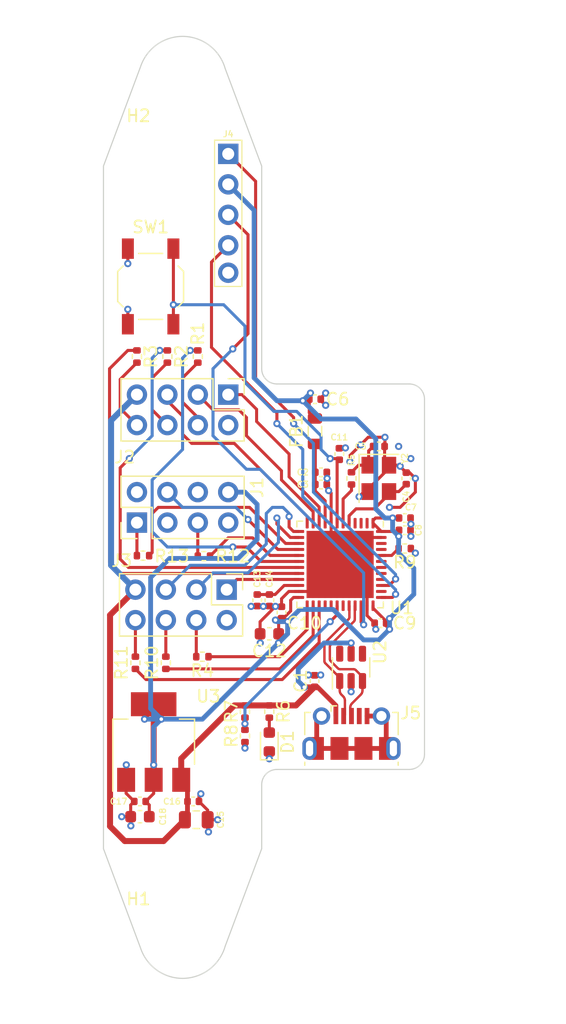
<source format=kicad_pcb>
(kicad_pcb (version 20221018) (generator pcbnew)
  (layers (0 "F.Cu" signal) (1 "In1.Cu" power) (2 "In2.Cu" power) (31 "B.Cu" signal) (34 "B.Paste" user) (35 "F.Paste" user) (36 "B.SilkS" user "B.Silkscreen") (37 "F.SilkS" user "F.Silkscreen") (38 "B.Mask" user) (39 "F.Mask" user) (44 "Edge.Cuts" user))
  (net 0 "")
  (net 1 "+5V")
  (net 2 "GND")
  (net 3 "+3.3VA")
  (net 4 "/OSCIN")
  (net 5 "/OSCLO")
  (net 6 "+3.3V")
  (net 7 "/NRST")
  (net 8 "/VBLED")
  (net 9 "/MISO")
  (net 10 "/DR3")
  (net 11 "/DR2")
  (net 12 "/DR1")
  (net 13 "/DR6")
  (net 14 "/DR5")
  (net 15 "/DR4")
  (net 16 "/SWO")
  (net 17 "/SWDIO")
  (net 18 "/SWCLK")
  (net 19 "/USB_D-")
  (net 20 "/USB_D+")
  (net 22 "/CS1")
  (net 23 "/CS2")
  (net 24 "/CS3")
  (net 25 "/CS4")
  (net 26 "/OSCOUT")
  (net 27 "/SNSBUS")
  (net 28 "/CS5")
  (net 29 "/CS6")
  (net 30 "/MOSI")
  (net 31 "/SCK")
  (net 35 "/VCAP")
  (net 44 "/BOOT0")
  (net 49 "Net-(J1-Pin_1)")
  (net 50 "Net-(J1-Pin_5)")
  (net 51 "Net-(J2-Pin_4)")
  (net 52 "Net-(J2-Pin_6)")
  (net 53 "Net-(J2-Pin_8)")
  (net 54 "Net-(J3-Pin_4)")
  (net 55 "Net-(J3-Pin_6)")
  (net 56 "Net-(J3-Pin_8)")
  (footprint "Capacitor_SMD:C_0402_1005Metric" (layer "F.Cu") (at 58.166 71.498 90)
    (fp_text reference "C11")
    (fp_text value "100n")
  )
  (footprint "Capacitor_SMD:C_0402_1005Metric" (layer "F.Cu") (at 53.346 84.706 90)
    (fp_text reference "C10")
    (fp_text value "100n")
  )
  (footprint "Button_Switch_SMD:SW_SPST_TL3342" (layer "F.Cu") (at 42.418 57.531 -90)
    (fp_text reference "SW1")
    (fp_text value "SW_Push")
  )
  (footprint "LED_SMD:LED_0603_1608Metric" (layer "F.Cu") (at 52.324 95.504 90)
    (fp_text reference "D1")
    (fp_text value "LED")
  )
  (footprint "Capacitor_SMD:C_0402_1005Metric" (layer "F.Cu") (at 45.973999 100.457)
    (fp_text reference "C16")
    (fp_text value "100n")
  )
  (footprint "Capacitor_SMD:C_0402_1005Metric" (layer "F.Cu") (at 52.33 83.69 -90)
    (fp_text reference "C14")
    (fp_text value "2.2u")
  )
  (footprint "Capacitor_SMD:C_0402_1005Metric" (layer "F.Cu") (at 51.314 83.69 -90)
    (fp_text reference "C13")
    (fp_text value "2.2u")
  )
  (footprint "Capacitor_SMD:C_0402_1005Metric" (layer "F.Cu") (at 63.633 77.848)
    (fp_text reference "C8")
    (fp_text value "100n")
  )
  (footprint "Resistor_SMD:R_0402_1005Metric" (layer "F.Cu") (at 41.275 63.373 -90)
    (fp_text reference "R3")
    (fp_text value "22")
  )
  (footprint "Inductor_SMD:L_0805_2012Metric" (layer "F.Cu") (at 56.134 69.596 90)
    (fp_text reference "FB1")
    (fp_text value "FerriteBead")
  )
  (footprint "MountingHole:MountingHole_3.2mm_M3" (layer "F.Cu") (at 45.085 111.506)
    (fp_text reference "H1")
    (fp_text value "MountingHole")
  )
  (footprint "Capacitor_SMD:C_0402_1005Metric" (layer "F.Cu") (at 61.468 70.862999 180)
    (fp_text reference "C5")
    (fp_text value "10p")
  )
  (footprint "Package_DFN_QFN:QFN-48-1EP_7x7mm_P0.5mm_EP5.6x5.6mm" (layer "F.Cu") (at 58.234 80.704 -90)
    (fp_text reference "U1")
    (fp_text value "STM32F411CEUx")
  )
  (footprint "Resistor_SMD:R_0402_1005Metric" (layer "F.Cu") (at 43.815 63.373 -90)
    (fp_text reference "R2")
    (fp_text value "22")
  )
  (footprint "Connector_PinHeader_2.54mm:PinHeader_2x04_P2.54mm_Vertical" (layer "F.Cu") (at 48.895 66.548 -90)
    (fp_text reference "J2")
    (fp_text value "Conn_02x04_Odd_Even")
  )
  (footprint "Crystal:Crystal_SMD_3225-4Pin_3.2x2.5mm" (layer "F.Cu") (at 61.468 73.53 -90)
    (fp_text reference "Y2")
    (fp_text value "16MHz")
  )
  (footprint "Capacitor_SMD:C_0603_1608Metric" (layer "F.Cu") (at 41.528999 101.727 180)
    (fp_text reference "C18")
    (fp_text value "22u")
  )
  (footprint "Package_TO_SOT_SMD:SOT-223-3_TabPin2" (layer "F.Cu") (at 42.672 95.504 90)
    (fp_text reference "U3")
    (fp_text value "AMS1117-3.3")
  )
  (footprint "Resistor_SMD:R_0402_1005Metric" (layer "F.Cu") (at 41.783 79.968)
    (fp_text reference "R13")
    (fp_text value "22")
  )
  (footprint "Resistor_SMD:R_0402_1005Metric" (layer "F.Cu") (at 41.148 88.9 90)
    (fp_text reference "R11")
    (fp_text value "22")
  )
  (footprint "Resistor_SMD:R_0402_1005Metric" (layer "F.Cu") (at 46.355 63.373 -90)
    (fp_text reference "R1")
    (fp_text value "22")
  )
  (footprint "Connector_PinHeader_2.54mm:PinHeader_2x04_P2.54mm_Vertical" (layer "F.Cu") (at 48.768 82.804 -90)
    (fp_text reference "J3")
    (fp_text value "Conn_02x04_Odd_Even")
  )
  (footprint "Capacitor_SMD:C_0402_1005Metric" (layer "F.Cu") (at 63.633 76.832)
    (fp_text reference "C7")
    (fp_text value "100n")
  )
  (footprint "Capacitor_SMD:C_0402_1005Metric" (layer "F.Cu") (at 61.595 85.595 180)
    (fp_text reference "C9")
    (fp_text value "100n")
  )
  (footprint "Capacitor_SMD:C_0402_1005Metric" (layer "F.Cu") (at 56.642 73.022)
    (fp_text reference "C2")
    (fp_text value "100n")
  )
  (footprint "Capacitor_SMD:C_0402_1005Metric" (layer "F.Cu") (at 56.103 90.424 90)
    (fp_text reference "C1")
    (fp_text value "1u")
  )
  (footprint "Capacitor_SMD:C_0402_1005Metric" (layer "F.Cu") (at 56.642 74.037999)
    (fp_text reference "C3")
    (fp_text value "1u")
  )
  (footprint "Resistor_SMD:R_0402_1005Metric" (layer "F.Cu") (at 59.182 73.53 -90)
    (fp_text reference "R5")
    (fp_text value "510")
  )
  (footprint "Resistor_SMD:R_0402_1005Metric" (layer "F.Cu") (at 50.292 94.996 -90)
    (fp_text reference "R8")
    (fp_text value "10k")
  )
  (footprint "Connector_PinHeader_2.54mm:PinHeader_2x04_P2.54mm_Vertical" (layer "F.Cu") (at 41.275 77.216 90)
    (fp_text reference "J1")
    (fp_text value "Conn_02x04_Odd_Even")
  )
  (footprint "Capacitor_SMD:C_0402_1005Metric" (layer "F.Cu") (at 56.14 66.929)
    (fp_text reference "C6")
    (fp_text value "1u")
  )
  (footprint "Resistor_SMD:R_0402_1005Metric" (layer "F.Cu") (at 63.627 79.375)
    (fp_text reference "R9")
    (fp_text value "10k")
  )
  (footprint "Capacitor_SMD:C_0402_1005Metric" (layer "F.Cu") (at 63.754 73.53 -90)
    (fp_text reference "C4")
    (fp_text value "10p")
  )
  (footprint "Package_TO_SOT_SMD:SOT-23-6" (layer "F.Cu") (at 59.151 89.281 90)
    (fp_text reference "U2")
    (fp_text value "SRV05-4")
  )
  (footprint "Resistor_SMD:R_0402_1005Metric" (layer "F.Cu") (at 50.292 92.964 -90)
    (fp_text reference "R7")
    (fp_text value "10k")
  )
  (footprint "Capacitor_SMD:C_0402_1005Metric" (layer "F.Cu") (at 41.529 100.457 180)
    (fp_text reference "C17")
    (fp_text value "100n")
  )
  (footprint "Connector_USB:USB_Micro-B_Molex-105017-0001" (layer "F.Cu") (at 59.182 94.802)
    (fp_text reference "J5")
    (fp_text value "USB_B_Micro")
  )
  (footprint "Resistor_SMD:R_0402_1005Metric" (layer "F.Cu") (at 46.863 80.01)
    (fp_text reference "R12")
    (fp_text value "22")
  )
  (footprint "Resistor_SMD:R_0402_1005Metric" (layer "F.Cu") (at 46.736 88.392 180)
    (fp_text reference "R4")
    (fp_text value "22")
  )
  (footprint "MountingHole:MountingHole_3.2mm_M3" (layer "F.Cu") (at 45.085 40.386)
    (fp_text reference "H2")
    (fp_text value "MountingHole")
  )
  (footprint "Capacitor_SMD:C_0603_1608Metric" (layer "F.Cu") (at 52.33 86.484 180)
    (fp_text reference "C12")
    (fp_text value "10u")
  )
  (footprint "Capacitor_SMD:C_0805_2012Metric" (layer "F.Cu") (at 46.227999 101.981)
    (fp_text reference "C15")
    (fp_text value "22u")
  )
  (footprint "Resistor_SMD:R_0402_1005Metric" (layer "F.Cu") (at 52.324 92.964 -90)
    (fp_text reference "R6")
    (fp_text value "510")
  )
  (footprint "Resistor_SMD:R_0402_1005Metric" (layer "F.Cu") (at 43.688 88.9 90)
    (fp_text reference "R10")
    (fp_text value "22")
  )
  (footprint "MyLibrary:Conn_Header_P5-2.54" (layer "F.Cu") (at 48.895 46.482)
    (fp_text reference "J4")
    (fp_text value "Conn_01x05_Pin")
  )
  (gr_line (start 48.640999 39.37) (end 51.688999 47.498) (stroke (width 0.1)) (layer "Edge.Cuts"))
  (gr_line (start 65.278 96.52) (end 65.278 66.929) (stroke (width 0.1)) (layer "Edge.Cuts"))
  (gr_arc (start 64.008 65.659) (mid 64.906026 66.030974) (end 65.278 66.929) (stroke (width 0.1)) (layer "Edge.Cuts"))
  (gr_line (start 41.576489 112.675504) (end 38.481 104.394) (stroke (width 0.1)) (layer "Edge.Cuts"))
  (gr_line (start 52.959 97.79) (end 64.008 97.79) (stroke (width 0.1)) (layer "Edge.Cuts"))
  (gr_arc (start 51.689 99.06) (mid 52.060974 98.161974) (end 52.959 97.79) (stroke (width 0.1)) (layer "Edge.Cuts"))
  (gr_arc (start 48.640999 112.522) (mid 45.165341 115.203421) (end 41.576489 112.675504) (stroke (width 0.1)) (layer "Edge.Cuts"))
  (gr_line (start 64.008 65.659) (end 52.959 65.659) (stroke (width 0.1)) (layer "Edge.Cuts"))
  (gr_arc (start 41.576489 39.216496) (mid 45.165341 36.688577) (end 48.640999 39.37) (stroke (width 0.1)) (layer "Edge.Cuts"))
  (gr_line (start 38.481 104.394) (end 38.481 47.498) (stroke (width 0.1)) (layer "Edge.Cuts"))
  (gr_line (start 48.640999 112.522) (end 51.689 104.394) (stroke (width 0.1)) (layer "Edge.Cuts"))
  (gr_arc (start 52.959 65.659) (mid 52.060974 65.287026) (end 51.689 64.389) (stroke (width 0.1)) (layer "Edge.Cuts"))
  (gr_line (start 51.689 99.06) (end 51.689 104.394) (stroke (width 0.1)) (layer "Edge.Cuts"))
  (gr_arc (start 65.278 96.52) (mid 64.906026 97.418026) (end 64.008 97.79) (stroke (width 0.1)) (layer "Edge.Cuts"))
  (gr_line (start 51.688999 47.498) (end 51.689 64.389) (stroke (width 0.1)) (layer "Edge.Cuts"))
  (gr_line (start 41.576489 39.216496) (end 38.481 47.498) (stroke (width 0.1)) (layer "Edge.Cuts"))
  (segment (start 57.882 92.457) (end 56.329 90.904) (width 0.4) (layer "F.Cu") (net 1))
  (segment (start 39.031 102.531) (end 39.031 84.921) (width 0.5) (layer "F.Cu") (net 1))
  (segment (start 52.324 92.454) (end 54.553 92.454) (width 0.5) (layer "F.Cu") (net 1))
  (segment (start 44.972 96.887) (end 44.972 98.654) (width 0.5) (layer "F.Cu") (net 1))
  (segment (start 49.405 92.454) (end 44.972 96.887) (width 0.5) (layer "F.Cu") (net 1))
  (segment (start 57.882 93.3395) (end 57.882 92.457) (width 0.4) (layer "F.Cu") (net 1))
  (segment (start 54.553 92.454) (end 56.103 90.904) (width 0.5) (layer "F.Cu") (net 1))
  (segment (start 45.277999 101.981) (end 43.499999 103.759) (width 0.5) (layer "F.Cu") (net 1))
  (segment (start 43.499999 103.759) (end 40.259 103.759) (width 0.5) (layer "F.Cu") (net 1))
  (segment (start 59.151 88.1435) (end 59.151 87.249) (width 0.4) (layer "F.Cu") (net 1))
  (segment (start 45.493999 99.176) (end 44.971999 98.654) (width 0.254) (layer "F.Cu") (net 1))
  (segment (start 40.259 103.759) (end 39.031 102.531) (width 0.5) (layer "F.Cu") (net 1))
  (segment (start 55.273 90.904) (end 55.245 90.932) (width 0.254) (layer "F.Cu") (net 1))
  (segment (start 39.031 84.921) (end 41.148 82.804) (width 0.5) (layer "F.Cu") (net 1))
  (segment (start 56.103 90.904) (end 55.273 90.904) (width 0.4) (layer "F.Cu") (net 1))
  (segment (start 45.493999 100.457) (end 45.493999 101.765001) (width 0.4) (layer "F.Cu") (net 1))
  (segment (start 52.324 92.454) (end 49.405 92.454) (width 0.5) (layer "F.Cu") (net 1))
  (segment (start 45.493999 100.457) (end 45.493999 99.176) (width 0.4) (layer "F.Cu") (net 1))
  (segment (start 56.329 90.904) (end 56.103 90.904) (width 0.4) (layer "F.Cu") (net 1))
  (segment (start 45.493999 101.765001) (end 45.277999 101.981) (width 0.254) (layer "F.Cu") (net 1))
  (via (at 59.151 87.249) (size 0.6) (drill 0.3) (layers "F.Cu" "B.Cu") (net 1))
  (via (at 55.245 90.932) (size 0.6) (drill 0.3) (layers "F.Cu" "B.Cu") (net 1))
  (segment (start 55.245 90.932) (end 54.737 90.424) (width 0.4) (layer "B.Cu") (net 1))
  (segment (start 39.116 80.772) (end 39.116 68.707) (width 0.5) (layer "B.Cu") (net 1))
  (segment (start 41.148 82.804) (end 39.116 80.772) (width 0.5) (layer "B.Cu") (net 1))
  (segment (start 54.737 90.424) (end 54.737 89.408) (width 0.4) (layer "B.Cu") (net 1))
  (segment (start 54.737 89.408) (end 56.896 87.249) (width 0.4) (layer "B.Cu") (net 1))
  (segment (start 56.896 87.249) (end 59.151 87.249) (width 0.4) (layer "B.Cu") (net 1))
  (segment (start 39.116 68.707) (end 41.275 66.548) (width 0.5) (layer "B.Cu") (net 1))
  (segment (start 51.822 84.198) (end 52.302 84.198) (width 0.254) (layer "F.Cu") (net 2))
  (segment (start 56.282 96.0395) (end 58.182 96.0395) (width 0.4) (layer "F.Cu") (net 2))
  (segment (start 61.115 85.595) (end 60.484 84.964) (width 0.254) (layer "F.Cu") (net 2))
  (segment (start 53.346 84.226) (end 53.346 83.563) (width 0.254) (layer "F.Cu") (net 2))
  (segment (start 54.7965 82.954) (end 55.984 82.954) (width 0.254) (layer "F.Cu") (net 2))
  (segment (start 60.579 70.101) (end 59.944 70.736) (width 0.254) (layer "F.Cu") (net 2))
  (segment (start 40.753999 101.727) (end 40.753999 102.476) (width 0.254) (layer "F.Cu") (net 2))
  (segment (start 60.182 96.0395) (end 62.082 96.0395) (width 0.4) (layer "F.Cu") (net 2))
  (segment (start 63.134 72.43) (end 63.218 72.514) (width 0.254) (layer "F.Cu") (net 2))
  (segment (start 51.555 87.233) (end 51.568 87.246) (width 0.254) (layer "F.Cu") (net 2))
  (segment (start 51.555 86.484) (end 51.555 85.481) (width 0.254) (layer "F.Cu") (net 2))
  (segment (start 47.177999 102.931) (end 47.243999 102.997) (width 0.254) (layer "F.Cu") (net 2))
  (segment (start 60.482 93.3395) (end 61.682 93.3395) (width 0.4) (layer "F.Cu") (net 2))
  (segment (start 40.518 54.381) (end 40.518 55.621) (width 0.254) (layer "F.Cu") (net 2))
  (segment (start 58.182 96.0395) (end 60.182 96.0395) (width 0.4) (layer "F.Cu") (net 2))
  (segment (start 64.516 79.756) (end 64.137 79.377) (width 0.254) (layer "F.Cu") (net 2))
  (segment (start 47.177999 101.981) (end 47.177999 102.931) (width 0.254) (layer "F.Cu") (net 2))
  (segment (start 56.282 93.7395) (end 56.682 93.3395) (width 0.4) (layer "F.Cu") (net 2))
  (segment (start 64.141 77.34) (end 64.141 76.86) (width 0.254) (layer "F.Cu") (net 2))
  (segment (start 51.822 84.198) (end 51.342 84.198) (width 0.254) (layer "F.Cu") (net 2))
  (segment (start 55.984 82.954) (end 58.234 80.704) (width 0.254) (layer "F.Cu") (net 2))
  (segment (start 40.753999 101.727) (end 40.753999 100.752) (width 0.254) (layer "F.Cu") (net 2))
  (segment (start 61.976 70.101) (end 61.976 70.553) (width 0.254) (layer "F.Cu") (net 2))
  (segment (start 51.342 84.198) (end 51.314 84.17) (width 0.254) (layer "F.Cu") (net 2))
  (segment (start 64.141 76.86) (end 64.113 76.832) (width 0.254) (layer "F.Cu") (net 2))
  (segment (start 63.218 72.514) (end 63.246 72.514) (width 0.254) (layer "F.Cu") (net 2))
  (segment (start 57.484 79.954) (end 58.234 80.704) (width 0.25) (layer "F.Cu") (net 2))
  (segment (start 64.036 73.05) (end 64.516 73.53) (width 0.254) (layer "F.Cu") (net 2))
  (segment (start 57.484 74.753) (end 57.484 77.2665) (width 0.25) (layer "F.Cu") (net 2))
  (segment (start 60.618 74.38) (end 62.318 72.68) (width 0.254) (layer "F.Cu") (net 2))
  (segment (start 57.277 74.546) (end 57.484 74.753) (width 0.25) (layer "F.Cu") (net 2))
  (segment (start 57.122 74.037999) (end 57.122 74.391) (width 0.25) (layer "F.Cu") (net 2))
  (segment (start 64.113 77.848) (end 64.113 78.328) (width 0.254) (layer "F.Cu") (net 2))
  (segment (start 47.177999 101.181) (end 46.453998 100.457) (width 0.254) (layer "F.Cu") (net 2))
  (segment (start 61.976 70.553) (end 61.948 70.581) (width 0.254) (layer "F.Cu") (net 2))
  (segment (start 57.15 73.53) (end 57.122 73.558) (width 0.25) (layer "F.Cu") (net 2))
  (segment (start 56.62 66.830001) (end 57.029001 66.421) (width 0.254) (layer "F.Cu") (net 2))
  (segment (start 41.048999 100.457) (end 40.371999 99.78) (width 0.254) (layer "F.Cu") (net 2))
  (segment (start 63.246 75.943) (end 64.516 74.673) (width 0.254) (layer "F.Cu") (net 2))
  (segment (start 52.866 84.226) (end 52.838 84.198) (width 0.254) (layer "F.Cu") (net 2))
  (segment (start 60.618 74.63) (end 60.241 74.63) (width 0.254) (layer "F.Cu") (net 2))
  (segment (start 61.976 70.101) (end 60.579 70.101) (width 0.254) (layer "F.Cu") (net 2))
  (segment (start 56.62 66.929) (end 56.62 67.028) (width 0.254) (layer "F.Cu") (net 2))
  (segment (start 46.453999 99.977) (end 46.608999 99.822) (width 0.254) (layer "F.Cu") (net 2))
  (segment (start 62.318 72.68) (end 62.318 72.43) (width 0.254) (layer "F.Cu") (net 2))
  (segment (start 51.314 84.17) (end 50.834 84.17) (width 0.254) (layer "F.Cu") (net 2))
  (segment (start 61.948 72.06) (end 62.318 72.43) (width 0.254) (layer "F.Cu") (net 2))
  (segment (start 57.122 73.558) (end 57.122 74.037999) (width 0.25) (layer "F.Cu") (net 2))
  (segment (start 59.055 71.625) (end 59.944 70.736) (width 0.254) (layer "F.Cu") (net 2))
  (segment (start 61.948 70.863) (end 61.948 72.06) (width 0.254) (layer "F.Cu") (net 2))
  (segment (start 56.62 66.929) (end 56.62 66.830001) (width 0.254) (layer "F.Cu") (net 2))
  (segment (start 61.214 86.103) (end 61.115 86.004) (width 0.254) (layer "F.Cu") (net 2))
  (segment (start 60.484 78.454) (end 58.234 80.704) (width 0.254) (layer "F.Cu") (net 2))
  (segment (start 64.516 73.53) (end 64.516 74.673) (width 0.254) (layer "F.Cu") (net 2))
  (segment (start 61.6715 78.454) (end 60.484 78.454) (width 0.254) (layer "F.Cu") (net 2))
  (segment (start 62.082 96.0395) (end 62.082 93.7395) (width 0.4) (layer "F.Cu") (net 2))
  (segment (start 63.246 75.943) (end 62.357 75.943) (width 0.254) (layer "F.Cu") (net 2))
  (segment (start 63.246 72.514) (end 63.246 72.542) (width 0.254) (layer "F.Cu") (net 2))
  (segment (start 62.318 72.43) (end 63.134 72.43) (width 0.254) (layer "F.Cu") (net 2))
  (segment (start 51.555 85.481) (end 52.838 84.198) (width 0.254) (layer "F.Cu") (net 2))
  (segment (start 56.282 96.0395) (end 56.282 93.7395) (width 0.4) (layer "F.Cu") (net 2))
  (segment (start 64.141 77.82) (end 64.113 77.848) (width 0.254) (layer "F.Cu") (net 2))
  (segment (start 57.484 77.2665) (end 57.484 79.954) (width 0.25) (layer "F.Cu") (net 2))
  (segment (start 63.246 72.542) (end 63.754 73.05) (width 0.254) (layer "F.Cu") (net 2))
  (segment (start 56.62 67.028) (end 57.029 67.437) (width 0.254) (layer "F.Cu") (net 2))
  (segment (start 40.518 55.621) (end 40.513 55.626) (width 0.254) (layer "F.Cu") (net 2))
  (segment (start 60.484001 82.954) (end 58.234 80.704) (width 0.254) (layer "F.Cu") (net 2))
  (segment (start 56.103 89.944) (end 55.623 89.944) (width 0.254) (layer "F.Cu") (net 2))
  (segment (start 63.754 73.05) (end 64.036 73.05) (width 0.254) (layer "F.Cu") (net 2))
  (segment (start 55.623 89.944) (end 55.595 89.916) (width 0.254) (layer "F.Cu") (net 2))
  (segment (start 50.834 84.17) (end 50.806 84.198) (width 0.254) (layer "F.Cu") (net 2))
  (segment (start 60.484 84.964) (end 60.484 84.1415) (width 0.254) (layer "F.Cu") (net 2))
  (segment (start 52.838 84.198) (end 52.358 84.198) (width 0.254) (layer "F.Cu") (net 2))
  (segment (start 60.241 74.63) (end 59.817 75.054) (width 0.254) (layer "F.Cu") (net 2))
  (segment (start 53.346 84.226) (end 52.866 84.226) (width 0.254) (layer "F.Cu") (net 2))
  (segment (start 47.177999 101.981) (end 47.177999 101.181) (width 0.254) (layer "F.Cu") (net 2))
  (segment (start 46.453998 100.457) (end 46.453999 99.977) (width 0.254) (layer "F.Cu") (net 2))
  (segment (start 40.753999 101.727) (end 40.004999 101.727) (width 0.254) (layer "F.Cu") (net 2))
  (segment (start 60.618 74.63) (end 60.618 74.38) (width 0.254) (layer "F.Cu") (net 2))
  (segment (start 58.166 71.017999) (end 58.646 71.018) (width 0.254) (layer "F.Cu") (net 2))
  (segment (start 59.054999 72.133) (end 59.055 71.625) (width 0.254) (layer "F.Cu") (net 2))
  (segment (start 40.753999 102.476) (end 40.766999 102.489) (width 0.254) (layer "F.Cu") (net 2))
  (segment (start 64.141 77.34) (end 64.141 77.82) (width 0.254) (layer "F.Cu") (net 2))
  (segment (start 52.324 96.2915) (end 52.324 96.901) (width 0.254) (layer "F.Cu") (net 2))
  (segment (start 40.371999 97.423) (end 40.385999 97.409) (width 0.254) (layer "F.Cu") (net 2))
  (segment (start 64.113 78.328) (end 64.141 78.356) (width 0.254) (layer "F.Cu") (net 2))
  (segment (start 57.15 73.53) (end 57.122 73.502) (width 0.25) (layer "F.Cu") (net 2))
  (segment (start 60.484 84.1415) (end 60.484001 82.954) (width 0.254) (layer "F.Cu") (net 2))
  (segment (start 61.115 86.004) (end 61.115 85.595) (width 0.254) (layer "F.Cu") (net 2))
  (segment (start 53.346 83.563) (end 53.955 82.954) (width 0.254) (layer "F.Cu") (net 2))
  (segment (start 51.555 86.484) (end 51.555 87.233) (width 0.254) (layer "F.Cu") (net 2))
  (segment (start 64.137 79.377) (end 64.137 79.375) (width 0.254) (layer "F.Cu") (net 2))
  (segment (start 40.371999 98.653999) (end 40.371999 97.423) (width 0.254) (layer "F.Cu") (net 2))
  (segment (start 52.302 84.198) (end 52.33 84.17) (width 0.254) (layer "F.Cu") (net 2))
  (segment (start 56.583 89.944) (end 56.611 89.916) (width 0.254) (layer "F.Cu") (net 2))
  (segment (start 40.518 59.441) (end 40.513 59.436) (width 0.254) (layer "F.Cu") (net 2))
  (segment (start 57.122 73.502) (end 57.122 73.022) (width 0.25) (layer "F.Cu") (net 2))
  (segment (start 40.371999 99.78) (end 40.371999 98.653999) (width 0.254) (layer "F.Cu") (net 2))
  (segment (start 52.358 84.198) (end 52.33 84.17) (width 0.254) (layer "F.Cu") (net 2))
  (segment (start 56.103 89.944) (end 56.583 89.944) (width 0.254) (layer "F.Cu") (net 2))
  (segment (start 59.151 90.4185) (end 59.151 91.313) (width 0.254) (layer "F.Cu") (net 2))
  (segment (start 50.292 95.506) (end 50.292 96.012) (width 0.5) (layer "F.Cu") (net 2))
  (segment (start 61.948 70.581) (end 61.948 70.863) (width 0.254) (layer "F.Cu") (net 2))
  (segment (start 40.518 60.681) (end 40.518 59.441) (width 0.254) (layer "F.Cu") (net 2))
  (segment (start 40.753999 100.752) (end 41.048999 100.457) (width 0.254) (layer "F.Cu") (net 2))
  (segment (start 62.082 93.7395) (end 61.682 93.3395) (width 0.4) (layer "F.Cu") (net 2))
  (segment (start 57.122 74.391) (end 57.277 74.546) (width 0.25) (layer "F.Cu") (net 2))
  (segment (start 53.955 82.954) (end 54.7965 82.954) (width 0.254) (layer "F.Cu") (net 2))
  (segment (start 58.646 71.018) (end 58.674 70.99) (width 0.254) (layer "F.Cu") (net 2))
  (segment (start 47.177999 101.981) (end 48.005999 101.981) (width 0.254) (layer "F.Cu") (net 2))
  (via (at 57.029 67.437) (size 0.6) (drill 0.3) (layers "F.Cu" "B.Cu") (net 2))
  (via (at 47.243999 102.997) (size 0.6) (drill 0.3) (layers "F.Cu" "B.Cu") (net 2))
  (via (at 56.611 89.916) (size 0.6) (drill 0.3) (layers "F.Cu" "B.Cu") (net 2))
  (via (at 57.15 73.53) (size 0.6) (drill 0.3) (layers "F.Cu" "B.Cu") (net 2))
  (via (at 40.004999 101.727) (size 0.6) (drill 0.3) (layers "F.Cu" "B.Cu") (net 2))
  (via (at 59.054999 72.133) (size 0.6) (drill 0.3) (layers "F.Cu" "B.Cu") (net 2))
  (via (at 64.141 78.356) (size 0.6) (drill 0.3) (layers "F.Cu" "B.Cu") (net 2))
  (via (at 52.324 96.901) (size 0.6) (drill 0.3) (layers "F.Cu" "B.Cu") (net 2))
  (via (at 55.595 89.916) (size 0.6) (drill 0.3) (layers "F.Cu" "B.Cu") (net 2))
  (via (at 50.292 96.012) (size 0.6) (drill 0.3) (layers "F.Cu" "B.Cu") (net 2))
  (via (at 63.246 72.514) (size 0.6) (drill 0.3) (layers "F.Cu" "B.Cu") (net 2))
  (via (at 62.357 75.943) (size 0.6) (drill 0.3) (layers "F.Cu" "B.Cu") (net 2))
  (via (at 63.119 70.863) (size 0.6) (drill 0.3) (layers "F.Cu" "B.Cu") (net 2))
  (via (at 57.029001 66.421) (size 0.6) (drill 0.3) (layers "F.Cu" "B.Cu") (net 2))
  (via (at 64.516 73.53) (size 0.6) (drill 0.3) (layers "F.Cu" "B.Cu") (net 2))
  (via (at 64.516 79.756) (size 0.6) (drill 0.3) (layers "F.Cu" "B.Cu") (net 2))
  (via (at 52.838 84.198) (size 0.6) (drill 0.3) (layers "F.Cu" "B.Cu") (net 2))
  (via (at 59.151 91.313) (size 0.6) (drill 0.3) (layers "F.Cu" "B.Cu") (net 2))
  (via (at 58.674 70.99) (size 0.6) (drill 0.3) (layers "F.Cu" "B.Cu") (net 2))
  (via (at 59.817 75.054) (size 0.6) (drill 0.3) (layers "F.Cu" "B.Cu") (net 2))
  (via (at 40.766999 102.489) (size 0.6) (drill 0.3) (layers "F.Cu" "B.Cu") (net 2))
  (via (at 40.513 55.626) (size 0.6) (drill 0.3) (layers "F.Cu" "B.Cu") (net 2))
  (via (at 59.944 70.736) (size 0.6) (drill 0.3) (layers "F.Cu" "B.Cu") (net 2))
  (via (at 61.976 70.101) (size 0.6) (drill 0.3) (layers "F.Cu" "B.Cu") (net 2))
  (via (at 51.822 84.198) (size 0.6) (drill 0.3) (layers "F.Cu" "B.Cu") (net 2))
  (via (at 50.806 84.198) (size 0.6) (drill 0.3) (layers "F.Cu" "B.Cu") (net 2))
  (via (at 48.005999 101.981) (size 0.6) (drill 0.3) (layers "F.Cu" "B.Cu") (net 2))
  (via (at 64.141 77.34) (size 0.6) (drill 0.3) (layers "F.Cu" "B.Cu") (net 2))
  (via (at 57.277 74.546) (size 0.6) (drill 0.3) (layers "F.Cu" "B.Cu") (net 2))
  (via (at 51.568 87.246) (size 0.6) (drill 0.3) (layers "F.Cu" "B.Cu") (net 2))
  (via (at 64.135 71.879) (size 0.6) (drill 0.3) (layers "F.Cu" "B.Cu") (net 2))
  (via (at 40.385999 97.409) (size 0.6) (drill 0.3) (layers "F.Cu" "B.Cu") (net 2))
  (via (at 40.513 59.436) (size 0.6) (drill 0.3) (layers "F.Cu" "B.Cu") (net 2))
  (via (at 61.214 86.103) (size 0.6) (drill 0.3) (layers "F.Cu" "B.Cu") (net 2))
  (via (at 46.608999 99.822) (size 0.6) (drill 0.3) (layers "F.Cu" "B.Cu") (net 2))
  (segment (start 56.162 74.574) (end 56.984 75.396) (width 0.25) (layer "F.Cu") (net 3))
  (segment (start 56.162 74.037999) (end 56.162 74.574) (width 0.25) (layer "F.Cu") (net 3))
  (segment (start 56.162 74.037999) (end 56.162 73.021999) (width 0.25) (layer "F.Cu") (net 3))
  (segment (start 56.162 70.6865) (end 56.134 70.6585) (width 0.254) (layer "F.Cu") (net 3))
  (segment (start 56.984 75.396) (end 56.984 77.2665) (width 0.25) (layer "F.Cu") (net 3))
  (segment (start 56.162 73.022) (end 56.162 70.6865) (width 0.254) (layer "F.Cu") (net 3))
  (segment (start 62.318 74.839) (end 61.087 76.07) (width 0.254) (layer "F.Cu") (net 4))
  (segment (start 63.134 74.63) (end 62.318 74.63) (width 0.254) (layer "F.Cu") (net 4))
  (segment (start 62.318 74.63) (end 62.318 74.839) (width 0.254) (layer "F.Cu") (net 4))
  (segment (start 59.563 76.07) (end 58.984 76.649) (width 0.254) (layer "F.Cu") (net 4))
  (segment (start 61.087 76.07) (end 59.563 76.07) (width 0.254) (layer "F.Cu") (net 4))
  (segment (start 63.754 74.01) (end 63.134 74.63) (width 0.254) (layer "F.Cu") (net 4))
  (segment (start 58.984 76.649) (end 58.984 77.2665) (width 0.254) (layer "F.Cu") (net 4))
  (segment (start 60.618 72.43) (end 60.618 71.233) (width 0.254) (layer "F.Cu") (net 5))
  (segment (start 59.772 72.43) (end 59.182 73.02) (width 0.254) (layer "F.Cu") (net 5))
  (segment (start 60.618 71.233) (end 60.988 70.863) (width 0.254) (layer "F.Cu") (net 5))
  (segment (start 60.618 72.43) (end 59.772 72.43) (width 0.254) (layer "F.Cu") (net 5))
  (segment (start 60.984 84.1415) (end 60.984 84.343) (width 0.254) (layer "F.Cu") (net 6))
  (segment (start 63.153 77.848) (end 63.047 77.954) (width 0.254) (layer "F.Cu") (net 6))
  (segment (start 62.075 85.434) (end 62.075 85.595) (width 0.254) (layer "F.Cu") (net 6))
  (segment (start 55.66 66.52) (end 55.66 66.929) (width 0.254) (layer "F.Cu") (net 6))
  (segment (start 60.984 84.343) (end 62.075 85.434) (width 0.254) (layer "F.Cu") (net 6))
  (segment (start 63.153 77.848) (end 63.153 78.328) (width 0.254) (layer "F.Cu") (net 6))
  (segment (start 62.075 85.502) (end 62.075 85.595) (width 0.254) (layer "F.Cu") (net 6))
  (segment (start 55.759 66.421) (end 55.66 66.52) (width 0.254) (layer "F.Cu") (net 6))
  (segment (start 53.501 85.186) (end 54.108 84.579) (width 0.254) (layer "F.Cu") (net 6))
  (segment (start 55.124 67.056) (end 55.251 66.929) (width 0.254) (layer "F.Cu") (net 6))
  (segment (start 63.047 77.954) (end 61.6715 77.954) (width 0.254) (layer "F.Cu") (net 6))
  (segment (start 42.303999 100.752) (end 42.303999 101.727) (width 0.254) (layer "F.Cu") (net 6))
  (segment (start 60.984 77.2665) (end 61.6715 77.954) (width 0.254) (layer "F.Cu") (net 6))
  (segment (start 53.105 86.484) (end 53.105 87.233) (width 0.254) (layer "F.Cu") (net 6))
  (segment (start 55.66 66.929) (end 55.66 68.0595) (width 0.254) (layer "F.Cu") (net 6))
  (segment (start 42.671999 92.837) (end 41.909999 93.599) (width 0.254) (layer "F.Cu") (net 6))
  (segment (start 53.105 85.427) (end 53.346 85.186) (width 0.254) (layer "F.Cu") (net 6))
  (segment (start 42.671999 98.654) (end 42.671999 97.409) (width 0.254) (layer "F.Cu") (net 6))
  (segment (start 63.153 76.832) (end 62.617 76.832) (width 0.254) (layer "F.Cu") (net 6))
  (segment (start 60.984 77.04025) (end 60.984 77.2665) (width 0.254) (layer "F.Cu") (net 6))
  (segment (start 42.008999 100.457) (end 42.671999 99.794) (width 0.254) (layer "F.Cu") (net 6))
  (segment (start 53.572 85.186) (end 53.854 85.468) (width 0.254) (layer "F.Cu") (net 6))
  (segment (start 42.671999 92.963999) (end 43.306999 93.599) (width 0.254) (layer "F.Cu") (net 6))
  (segment (start 62.357 86.103) (end 62.075 85.821) (width 0.254) (layer "F.Cu") (net 6))
  (segment (start 53.346 85.186) (end 52.993 85.186) (width 0.254) (layer "F.Cu") (net 6))
  (segment (start 61.19225 76.832) (end 60.984 77.04025) (width 0.254) (layer "F.Cu") (net 6))
  (segment (start 42.671999 98.654) (end 42.671999 92.354) (width 0.5) (layer "F.Cu") (net 6))
  (segment (start 62.617 76.832) (end 61.19225 76.832) (width 0.254) (layer "F.Cu") (net 6))
  (segment (start 53.346 85.186) (end 53.501 85.186) (width 0.254) (layer "F.Cu") (net 6))
  (segment (start 52.993 85.186) (end 52.838 85.341) (width 0.254) (layer "F.Cu") (net 6))
  (segment (start 42.671999 99.794) (end 42.671999 98.654) (width 0.254) (layer "F.Cu") (net 6))
  (segment (start 54.108 83.69) (end 54.344 83.454) (width 0.254) (layer "F.Cu") (net 6))
  (segment (start 54.108 84.579) (end 54.108 83.69) (width 0.254) (layer "F.Cu") (net 6))
  (segment (start 42.008999 100.457) (end 42.303999 100.752) (width 0.254) (layer "F.Cu") (net 6))
  (segment (start 62.363 85.214) (end 62.075 85.502) (width 0.254) (layer "F.Cu") (net 6))
  (segment (start 42.671999 92.354) (end 42.671999 92.837) (width 0.254) (layer "F.Cu") (net 6))
  (segment (start 55.251 66.929) (end 55.66 66.929) (width 0.254) (layer "F.Cu") (net 6))
  (segment (start 53.346 85.186) (end 53.572 85.186) (width 0.254) (layer "F.Cu") (net 6))
  (segment (start 53.105 87.233) (end 53.092 87.246) (width 0.254) (layer "F.Cu") (net 6))
  (segment (start 62.075 85.821) (end 62.075 85.595) (width 0.254) (layer "F.Cu") (net 6))
  (segment (start 63.153 78.328) (end 63.125 78.356) (width 0.254) (layer "F.Cu") (net 6))
  (segment (start 54.344 83.454) (end 54.7965 83.454) (width 0.254) (layer "F.Cu") (net 6))
  (segment (start 55.66 68.0595) (end 56.134 68.5335) (width 0.254) (layer "F.Cu") (net 6))
  (segment (start 42.671999 92.354) (end 42.671999 92.963999) (width 0.254) (layer "F.Cu") (net 6))
  (segment (start 53.105 86.484) (end 53.105 85.427) (width 0.254) (layer "F.Cu") (net 6))
  (via (at 63.125 78.356) (size 0.6) (drill 0.3) (layers "F.Cu" "B.Cu") (net 6))
  (via (at 53.854 85.468) (size 0.6) (drill 0.3) (layers "F.Cu" "B.Cu") (net 6))
  (via (at 43.306999 93.599) (size 0.6) (drill 0.3) (layers "F.Cu" "B.Cu") (net 6))
  (via (at 55.759 66.421) (size 0.6) (drill 0.3) (layers "F.Cu" "B.Cu") (net 6))
  (via (at 42.671999 97.409) (size 0.6) (drill 0.3) (layers "F.Cu" "B.Cu") (net 6))
  (via (at 62.363 85.214) (size 0.6) (drill 0.3) (layers "F.Cu" "B.Cu") (net 6))
  (via (at 53.092 87.246) (size 0.6) (drill 0.3) (layers "F.Cu" "B.Cu") (net 6))
  (via (at 62.357 86.103) (size 0.6) (drill 0.3) (layers "F.Cu" "B.Cu") (net 6))
  (via (at 55.124 67.056) (size 0.6) (drill 0.3) (layers "F.Cu" "B.Cu") (net 6))
  (via (at 41.909999 93.599) (size 0.6) (drill 0.3) (layers "F.Cu" "B.Cu") (net 6))
  (via (at 52.838 85.341) (size 0.6) (drill 0.3) (layers "F.Cu" "B.Cu") (net 6))
  (via (at 62.617 76.832) (size 0.6) (drill 0.3) (layers "F.Cu" "B.Cu") (net 6))
  (segment (start 53.854 85.468) (end 52.965 85.468) (width 0.4) (layer "B.Cu") (net 6))
  (segment (start 62.617 76.832) (end 61.973 76.832) (width 0.4) (layer "B.Cu") (net 6))
  (segment (start 43.306999 93.599) (end 42.672 93.599) (width 0.4) (layer "B.Cu") (net 6))
  (segment (start 63.119 79.756) (end 64.389 81.026) (width 0.4) (layer "B.Cu") (net 6))
  (segment (start 64.389 81.026) (end 64.389 83.188) (width 0.4) (layer "B.Cu") (net 6))
  (segment (start 55.124 67.056) (end 52.959 67.056) (width 0.4) (layer "B.Cu") (net 6))
  (segment (start 57.658 84.455) (end 54.867 84.455) (width 0.4) (layer "B.Cu") (net 6))
  (segment (start 46.739 93.599) (end 43.306999 93.599) (width 0.4) (layer "B.Cu") (net 6))
  (segment (start 51.054 51.181) (end 48.895 49.022) (width 0.4) (layer "B.Cu") (net 6))
  (segment (start 42.672 93.091) (end 42.672 93.599) (width 0.4) (layer "B.Cu") (net 6))
  (segment (start 51.308 75.692) (end 51.308 78.613) (width 0.4) (layer "B.Cu") (net 6))
  (segment (start 63.119 78.362) (end 63.119 79.756) (width 0.4) (layer "B.Cu") (net 6))
  (segment (start 49.719 80.202) (end 44.004 80.202) (width 0.4) (layer "B.Cu") (net 6))
  (segment (start 52.959 67.056) (end 51.054 65.151) (width 0.4) (layer "B.Cu") (net 6))
  (segment (start 62.617 77.848) (end 63.125 78.356) (width 0.4) (layer "B.Cu") (net 6))
  (segment (start 42.418 92.71) (end 42.7355 93.0275) (width 0.4) (layer "B.Cu") (net 6))
  (segment (start 59.563 68.58) (end 56.648 68.58) (width 0.4) (layer "B.Cu") (net 6))
  (segment (start 56.648 68.58) (end 55.124 67.056) (width 0.4) (layer "B.Cu") (net 6))
  (segment (start 42.7355 93.0275) (end 43.306999 93.599) (width 0.4) (layer "B.Cu") (net 6))
  (segment (start 51.054 65.151) (end 51.054 51.181) (width 0.4) (layer "B.Cu") (net 6))
  (segment (start 64.389 83.188) (end 62.363 85.214) (width 0.4) (layer "B.Cu") (net 6))
  (segment (start 61.214 70.231) (end 59.563 68.58) (width 0.4) (layer "B.Cu") (net 6))
  (segment (start 62.357 86.103) (end 62.357 86.106) (width 0.4) (layer "B.Cu") (net 6))
  (segment (start 48.895 74.676) (end 50.292 74.676) (width 0.4) (layer "B.Cu") (net 6))
  (segment (start 62.363 86.097) (end 62.357 86.103) (width 0.4) (layer "B.Cu") (net 6))
  (segment (start 44.004 80.202) (end 42.418 81.788) (width 0.4) (layer "B.Cu") (net 6))
  (segment (start 53.854 85.468) (end 53.854 86.484) (width 0.4) (layer "B.Cu") (net 6))
  (segment (start 54.867 84.455) (end 53.854 85.468) (width 0.4) (layer "B.Cu") (net 6))
  (segment (start 60.198 86.995) (end 57.658 84.455) (width 0.4) (layer "B.Cu") (net 6))
  (segment (start 42.7355 93.0275) (end 42.672 93.091) (width 0.4) (layer "B.Cu") (net 6))
  (segment (start 62.617 76.832) (end 62.617 77.848) (width 0.4) (layer "B.Cu") (net 6))
  (segment (start 62.363 85.214) (end 62.363 86.097) (width 0.4) (layer "B.Cu") (net 6))
  (segment (start 63.125 78.356) (end 63.119 78.362) (width 0.4) (layer "B.Cu") (net 6))
  (segment (start 53.854 86.484) (end 53.092 87.246) (width 0.4) (layer "B.Cu") (net 6))
  (segment (start 61.973 76.832) (end 61.214 76.073) (width 0.4) (layer "B.Cu") (net 6))
  (segment (start 62.357 86.106) (end 61.468 86.995) (width 0.4) (layer "B.Cu") (net 6))
  (segment (start 42.671999 94.234) (end 42.671999 97.409) (width 0.4) (layer "B.Cu") (net 6))
  (segment (start 61.468 86.995) (end 60.198 86.995) (width 0.4) (layer "B.Cu") (net 6))
  (segment (start 42.418 81.788) (end 42.418 92.71) (width 0.4) (layer "B.Cu") (net 6))
  (segment (start 50.292 74.676) (end 51.308 75.692) (width 0.4) (layer "B.Cu") (net 6))
  (segment (start 53.092 87.246) (end 46.739 93.599) (width 0.4) (layer "B.Cu") (net 6))
  (segment (start 61.214 76.073) (end 61.214 70.231) (width 0.4) (layer "B.Cu") (net 6))
  (segment (start 52.965 85.468) (end 52.838 85.341) (width 0.4) (layer "B.Cu") (net 6))
  (segment (start 55.124 67.056) (end 55.759 66.421) (width 0.4) (layer "B.Cu") (net 6))
  (segment (start 43.306999 93.599) (end 42.671999 94.234) (width 0.4) (layer "B.Cu") (net 6))
  (segment (start 42.672 93.599) (end 41.909999 93.599) (width 0.4) (layer "B.Cu") (net 6))
  (segment (start 51.308 78.613) (end 49.719 80.202) (width 0.4) (layer "B.Cu") (net 6))
  (segment (start 58.07 71.882) (end 57.404 71.882) (width 0.254) (layer "F.Cu") (net 7))
  (segment (start 57.984 72.16) (end 58.166 71.978) (width 0.254) (layer "F.Cu") (net 7))
  (segment (start 44.318 59.055) (end 44.318 60.681) (width 0.254) (layer "F.Cu") (net 7))
  (segment (start 57.984 77.2665) (end 57.984 72.16) (width 0.254) (layer "F.Cu") (net 7))
  (segment (start 58.166 71.978) (end 58.07 71.882) (width 0.254) (layer "F.Cu") (net 7))
  (segment (start 44.318 54.381) (end 44.318 59.055) (width 0.254) (layer "F.Cu") (net 7))
  (via (at 44.318 59.055) (size 0.6) (drill 0.3) (layers "F.Cu" "B.Cu") (net 7))
  (via (at 57.404 71.882) (size 0.6) (drill 0.3) (layers "F.Cu" "B.Cu") (net 7))
  (segment (start 56.642 71.12) (end 56.642 69.977) (width 0.254) (layer "B.Cu") (net 7))
  (segment (start 50.292 60.833) (end 48.514 59.055) (width 0.254) (layer "B.Cu") (net 7))
  (segment (start 48.514 59.055) (end 44.318 59.055) (width 0.254) (layer "B.Cu") (net 7))
  (segment (start 52.705 67.945) (end 50.292 65.532) (width 0.254) (layer "B.Cu") (net 7))
  (segment (start 50.292 65.532) (end 50.292 60.833) (width 0.254) (layer "B.Cu") (net 7))
  (segment (start 56.642 69.977) (end 54.61 67.945) (width 0.254) (layer "B.Cu") (net 7))
  (segment (start 57.404 71.882) (end 56.642 71.12) (width 0.254) (layer "B.Cu") (net 7))
  (segment (start 54.61 67.945) (end 52.705 67.945) (width 0.254) (layer "B.Cu") (net 7))
  (segment (start 52.324 93.474) (end 52.324 94.7165) (width 0.254) (layer "F.Cu") (net 8))
  (segment (start 54.7965 79.454) (end 53.038 79.454) (width 0.254) (layer "F.Cu") (net 9))
  (segment (start 53.038 79.454) (end 50.546 76.962) (width 0.254) (layer "F.Cu") (net 9))
  (via (at 50.546 76.962) (size 0.6) (drill 0.3) (layers "F.Cu" "B.Cu") (net 9))
  (segment (start 49.53 75.946) (end 45.085 75.946) (width 0.254) (layer "B.Cu") (net 9))
  (segment (start 45.085 75.946) (end 43.815 74.676) (width 0.254) (layer "B.Cu") (net 9))
  (segment (start 50.546 76.962) (end 49.53 75.946) (width 0.254) (layer "B.Cu") (net 9))
  (segment (start 55.484 76.690001) (end 54.229 75.435001) (width 0.25) (layer "F.Cu") (net 10))
  (segment (start 45.847 70.612) (end 49.403 70.612) (width 0.254) (layer "F.Cu") (net 10))
  (segment (start 43.815 66.548) (end 43.815 67.056) (width 0.254) (layer "F.Cu") (net 10))
  (segment (start 45.085 69.85) (end 45.847 70.612) (width 0.254) (layer "F.Cu") (net 10))
  (segment (start 55.484 77.2665) (end 55.484 76.690001) (width 0.25) (layer "F.Cu") (net 10))
  (segment (start 43.815 67.056) (end 45.085 68.326) (width 0.254) (layer "F.Cu") (net 10))
  (segment (start 49.403 70.612) (end 54.226001 75.435001) (width 0.254) (layer "F.Cu") (net 10))
  (segment (start 45.085 68.326) (end 45.085 69.85) (width 0.254) (layer "F.Cu") (net 10))
  (segment (start 54.226001 75.435001) (end 54.229 75.435001) (width 0.254) (layer "F.Cu") (net 10))
  (segment (start 50.419 69.977) (end 50.419 68.453) (width 0.25) (layer "F.Cu") (net 11))
  (segment (start 53.34 73.657001) (end 53.34 72.898) (width 0.25) (layer "F.Cu") (net 11))
  (segment (start 55.984 77.2665) (end 55.984 76.301001) (width 0.25) (layer "F.Cu") (net 11))
  (segment (start 55.984 76.301001) (end 53.34 73.657001) (width 0.25) (layer "F.Cu") (net 11))
  (segment (start 50.419 68.453) (end 49.784 67.818) (width 0.25) (layer "F.Cu") (net 11))
  (segment (start 49.784 67.818) (end 47.625 67.818) (width 0.25) (layer "F.Cu") (net 11))
  (segment (start 47.625 67.818) (end 46.355 66.548) (width 0.25) (layer "F.Cu") (net 11))
  (segment (start 53.34 72.898) (end 50.419 69.977) (width 0.25) (layer "F.Cu") (net 11))
  (segment (start 51.264001 67.774001) (end 50.038 66.548) (width 0.25) (layer "F.Cu") (net 12))
  (segment (start 53.975 73.403001) (end 53.975 71.498116) (width 0.25) (layer "F.Cu") (net 12))
  (segment (start 56.484 77.2665) (end 56.483999 75.912) (width 0.25) (layer "F.Cu") (net 12))
  (segment (start 56.483999 75.912) (end 53.975 73.403001) (width 0.25) (layer "F.Cu") (net 12))
  (segment (start 53.975 71.498116) (end 51.264001 68.787117) (width 0.25) (layer "F.Cu") (net 12))
  (segment (start 50.038 66.548) (end 48.895 66.548) (width 0.25) (layer "F.Cu") (net 12))
  (segment (start 51.264001 68.787117) (end 51.264001 67.774001) (width 0.25) (layer "F.Cu") (net 12))
  (segment (start 53.975 77.588) (end 54.341 77.954) (width 0.254) (layer "F.Cu") (net 13))
  (segment (start 54.341 77.954) (end 54.7965 77.954) (width 0.254) (layer "F.Cu") (net 13))
  (segment (start 53.975 76.708) (end 53.975 77.588) (width 0.254) (layer "F.Cu") (net 13))
  (via (at 53.975 76.708) (size 0.6) (drill 0.3) (layers "F.Cu" "B.Cu") (net 13))
  (segment (start 52.07 76.454) (end 52.07 78.994) (width 0.254) (layer "B.Cu") (net 13))
  (segment (start 45.72 80.772) (end 43.688 82.804) (width 0.254) (layer "B.Cu") (net 13))
  (segment (start 52.578 75.946) (end 52.07 76.454) (width 0.254) (layer "B.Cu") (net 13))
  (segment (start 53.975 76.454) (end 53.467 75.946) (width 0.254) (layer "B.Cu") (net 13))
  (segment (start 52.07 78.994) (end 50.292 80.772) (width 0.254) (layer "B.Cu") (net 13))
  (segment (start 53.467 75.946) (end 52.578 75.946) (width 0.254) (layer "B.Cu") (net 13))
  (segment (start 53.975 76.708) (end 53.975 76.454) (width 0.254) (layer "B.Cu") (net 13))
  (segment (start 50.292 80.772) (end 45.72 80.772) (width 0.254) (layer "B.Cu") (net 13))
  (segment (start 52.959 77.334) (end 54.079 78.454) (width 0.254) (layer "F.Cu") (net 14))
  (segment (start 54.079 78.454) (end 54.7965 78.454) (width 0.254) (layer "F.Cu") (net 14))
  (segment (start 52.959 76.835) (end 52.959 77.334) (width 0.254) (layer "F.Cu") (net 14))
  (via (at 52.959 76.835) (size 0.6) (drill 0.3) (layers "F.Cu" "B.Cu") (net 14))
  (segment (start 53.086 78.867) (end 50.546 81.407) (width 0.254) (layer "B.Cu") (net 14))
  (segment (start 47.625 81.407) (end 46.228 82.804) (width 0.254) (layer "B.Cu") (net 14))
  (segment (start 53.086 76.962) (end 53.086 78.867) (width 0.254) (layer "B.Cu") (net 14))
  (segment (start 52.959 76.835) (end 53.086 76.962) (width 0.254) (layer "B.Cu") (net 14))
  (segment (start 50.546 81.407) (end 47.625 81.407) (width 0.254) (layer "B.Cu") (net 14))
  (segment (start 54.7965 81.954) (end 49.618 81.954) (width 0.254) (layer "F.Cu") (net 15))
  (segment (start 49.618 81.954) (end 48.768 82.804) (width 0.254) (layer "F.Cu") (net 15))
  (segment (start 61.6715 82.454) (end 62.326 82.454) (width 0.254) (layer "F.Cu") (net 16))
  (segment (start 62.326 82.454) (end 62.865 81.915) (width 0.254) (layer "F.Cu") (net 16))
  (segment (start 54.356 68.961) (end 54.356 68.453) (width 0.254) (layer "F.Cu") (net 16))
  (segment (start 54.356 68.453) (end 51.181 65.278) (width 0.254) (layer "F.Cu") (net 16))
  (segment (start 51.181 65.278) (end 51.181 48.768) (width 0.254) (layer "F.Cu") (net 16))
  (segment (start 51.181 48.768) (end 48.895 46.482) (width 0.254) (layer "F.Cu") (net 16))
  (via (at 54.356 68.961) (size 0.6) (drill 0.3) (layers "F.Cu" "B.Cu") (net 16))
  (via (at 62.865 81.915) (size 0.6) (drill 0.3) (layers "F.Cu" "B.Cu") (net 16))
  (segment (start 56.007 70.612) (end 56.007 74.676) (width 0.254) (layer "B.Cu") (net 16))
  (segment (start 56.007 74.676) (end 62.865 81.534) (width 0.254) (layer "B.Cu") (net 16))
  (segment (start 62.865 81.534) (end 62.865 81.915) (width 0.254) (layer "B.Cu") (net 16))
  (segment (start 54.356 68.961) (end 56.007 70.612) (width 0.254) (layer "B.Cu") (net 16))
  (segment (start 60.198 85.725) (end 59.984 85.511) (width 0.254) (layer "F.Cu") (net 17))
  (segment (start 50.546 61.468) (end 50.546 53.213) (width 0.254) (layer "F.Cu") (net 17))
  (segment (start 50.546 53.213) (end 48.895 51.562) (width 0.254) (layer "F.Cu") (net 17))
  (segment (start 49.276 62.738) (end 50.546 61.468) (width 0.254) (layer "F.Cu") (net 17))
  (segment (start 59.984 85.511) (end 59.984 84.1415) (width 0.254) (layer "F.Cu") (net 17))
  (via (at 60.198 85.725) (size 0.6) (drill 0.3) (layers "F.Cu" "B.Cu") (net 17))
  (via (at 49.276 62.738) (size 0.6) (drill 0.3) (layers "F.Cu" "B.Cu") (net 17))
  (segment (start 49.276 62.738) (end 47.625 64.389) (width 0.254) (layer "B.Cu") (net 17))
  (segment (start 47.625 64.389) (end 47.625 69.977) (width 0.254) (layer "B.Cu") (net 17))
  (segment (start 60.198 81.407) (end 60.198 85.725) (width 0.254) (layer "B.Cu") (net 17))
  (segment (start 51.562 72.771) (end 60.198 81.407) (width 0.254) (layer "B.Cu") (net 17))
  (segment (start 50.419 72.771) (end 51.562 72.771) (width 0.254) (layer "B.Cu") (net 17))
  (segment (start 47.625 69.977) (end 50.419 72.771) (width 0.254) (layer "B.Cu") (net 17))
  (segment (start 47.498 62.611) (end 47.498 55.499) (width 0.254) (layer "F.Cu") (net 18))
  (segment (start 62.596 83.454) (end 62.865 83.185) (width 0.254) (layer "F.Cu") (net 18))
  (segment (start 61.6715 83.454) (end 62.596 83.454) (width 0.254) (layer "F.Cu") (net 18))
  (segment (start 52.959 68.072) (end 47.498 62.611) (width 0.254) (layer "F.Cu") (net 18))
  (segment (start 52.959 68.961) (end 52.959 68.072) (width 0.254) (layer "F.Cu") (net 18))
  (segment (start 47.498 55.499) (end 48.895 54.102) (width 0.254) (layer "F.Cu") (net 18))
  (via (at 62.865 83.185) (size 0.6) (drill 0.3) (layers "F.Cu" "B.Cu") (net 18))
  (via (at 52.959 68.961) (size 0.6) (drill 0.3) (layers "F.Cu" "B.Cu") (net 18))
  (segment (start 62.865 82.804) (end 55.118 75.057) (width 0.254) (layer "B.Cu") (net 18))
  (segment (start 55.118 71.12) (end 52.959 68.961) (width 0.254) (layer "B.Cu") (net 18))
  (segment (start 62.865 83.185) (end 62.865 82.804) (width 0.254) (layer "B.Cu") (net 18))
  (segment (start 55.118 75.057) (end 55.118 71.12) (width 0.254) (layer "B.Cu") (net 18))
  (segment (start 58.48808 91.699331) (end 58.347446 91.558697) (width 0.2) (layer "F.Cu") (net 19))
  (segment (start 59.009 84.1665) (end 58.984 84.1415) (width 0.2) (layer "F.Cu") (net 19))
  (segment (start 56.998224 87.209576) (end 58.935777 85.272023) (width 0.2) (layer "F.Cu") (net 19))
  (segment (start 58.532 93.3395) (end 58.634527 93.236973) (width 0.2) (layer "F.Cu") (net 19))
  (segment (start 58.201 90.138266) (end 56.998223 88.935489) (width 0.2) (layer "F.Cu") (net 19))
  (segment (start 58.634527 93.236973) (end 58.634527 92.052885) (width 0.2) (layer "F.Cu") (net 19))
  (segment (start 58.201 91.205144) (end 58.201 90.4185) (width 0.2) (layer "F.Cu") (net 19))
  (segment (start 58.201 90.4185) (end 58.201 90.138266) (width 0.2) (layer "F.Cu") (net 19))
  (segment (start 59.009 85.095247) (end 59.009 84.1665) (width 0.2) (layer "F.Cu") (net 19))
  (segment (start 56.925 88.758713) (end 56.925 87.386353) (width 0.2) (layer "F.Cu") (net 19))
  (arc (start 58.347446 91.558697) (mid 58.23906 91.396485) (end 58.201 91.205144) (width 0.2) (layer "F.Cu") (net 19))
  (arc (start 58.935777 85.272023) (mid 58.98997 85.190917) (end 59.009 85.095247) (width 0.2) (layer "F.Cu") (net 19))
  (arc (start 56.925 88.758713) (mid 56.94403 88.854384) (end 56.998223 88.935489) (width 0.2) (layer "F.Cu") (net 19))
  (arc (start 56.925 87.386353) (mid 56.94403 87.290682) (end 56.998224 87.209576) (width 0.2) (layer "F.Cu") (net 19))
  (arc (start 58.634527 92.052885) (mid 58.596467 91.861543) (end 58.48808 91.699331) (width 0.2) (layer "F.Cu") (net 19))
  (segment (start 60.101 91.205144) (end 60.101 90.4185) (width 0.2) (layer "F.Cu") (net 20))
  (segment (start 59.182 93.3395) (end 59.081494 93.238994) (width 0.2) (layer "F.Cu") (net 20))
  (segment (start 59.363208 89.435365) (end 58.227604 89.435365) (width 0.2) (layer "F.Cu") (net 20))
  (segment (start 59.459 84.1665) (end 59.484 84.1415) (width 0.2) (layer "F.Cu") (net 20))
  (segment (start 59.459 85.281647) (end 59.459 84.1665) (width 0.2) (layer "F.Cu") (net 20))
  (segment (start 60.101 90.4185) (end 60.101 90.069604) (width 0.2) (layer "F.Cu") (net 20))
  (segment (start 57.375 88.582761) (end 57.375 87.572753) (width 0.2) (layer "F.Cu") (net 20))
  (segment (start 60.101 90.069604) (end 59.539984 89.508588) (width 0.2) (layer "F.Cu") (net 20))
  (segment (start 58.050827 89.362141) (end 57.448223 88.759537) (width 0.2) (layer "F.Cu") (net 20))
  (segment (start 59.227941 92.28531) (end 59.954554 91.558697) (width 0.2) (layer "F.Cu") (net 20))
  (segment (start 57.448224 87.395976) (end 59.385777 85.458423) (width 0.2) (layer "F.Cu") (net 20))
  (segment (start 59.081494 93.238994) (end 59.081494 92.638864) (width 0.2) (layer "F.Cu") (net 20))
  (arc (start 58.227604 89.435365) (mid 58.131933 89.416335) (end 58.050827 89.362141) (width 0.2) (layer "F.Cu") (net 20))
  (arc (start 59.363208 89.435365) (mid 59.458879 89.454395) (end 59.539984 89.508588) (width 0.2) (layer "F.Cu") (net 20))
  (arc (start 57.448223 88.759537) (mid 57.39403 88.678431) (end 57.375 88.582761) (width 0.2) (layer "F.Cu") (net 20))
  (arc (start 59.081494 92.638864) (mid 59.119554 92.447522) (end 59.227941 92.28531) (width 0.2) (layer "F.Cu") (net 20))
  (arc (start 57.448224 87.395976) (mid 57.394031 87.477082) (end 57.375 87.572753) (width 0.2) (layer "F.Cu") (net 20))
  (arc (start 59.385777 85.458423) (mid 59.43997 85.377317) (end 59.459 85.281647) (width 0.2) (layer "F.Cu") (net 20))
  (arc (start 59.954554 91.558697) (mid 60.06294 91.396485) (end 60.101 91.205144) (width 0.2) (layer "F.Cu") (net 20))
  (segment (start 46.355 62.863) (end 45.722 62.863) (width 0.254) (layer "F.Cu") (net 22))
  (segment (start 45.722 62.863) (end 45.72 62.865) (width 0.254) (layer "F.Cu") (net 22))
  (segment (start 49.276 79.248) (end 50.419 79.248) (width 0.254) (layer "F.Cu") (net 22))
  (segment (start 50.419 79.248) (end 51.625 80.454) (width 0.254) (layer "F.Cu") (net 22))
  (segment (start 51.625 80.454) (end 54.7965 80.454) (width 0.254) (layer "F.Cu") (net 22))
  (via (at 49.276 79.248) (size 0.6) (drill 0.3) (layers "F.Cu" "B.Cu") (net 22))
  (via (at 45.72 62.865) (size 0.6) (drill 0.3) (layers "F.Cu" "B.Cu") (net 22))
  (segment (start 42.545 77.978) (end 42.545 73.66) (width 0.254) (layer "B.Cu") (net 22))
  (segment (start 42.545 73.66) (end 45.085 71.12) (width 0.254) (layer "B.Cu") (net 22))
  (segment (start 45.085 71.12) (end 45.085 63.5) (width 0.254) (layer "B.Cu") (net 22))
  (segment (start 45.085 63.5) (end 45.72 62.865) (width 0.254) (layer "B.Cu") (net 22))
  (segment (start 43.815 79.248) (end 42.545 77.978) (width 0.254) (layer "B.Cu") (net 22))
  (segment (start 49.276 79.248) (end 43.815 79.248) (width 0.254) (layer "B.Cu") (net 22))
  (segment (start 39.878 72.644) (end 40.64 71.882) (width 0.254) (layer "F.Cu") (net 23))
  (segment (start 39.878 80.264) (end 39.878 72.644) (width 0.254) (layer "F.Cu") (net 23))
  (segment (start 43.815 62.863) (end 43.182 62.863) (width 0.254) (layer "F.Cu") (net 23))
  (segment (start 40.568 80.954) (end 39.878 80.264) (width 0.254) (layer "F.Cu") (net 23))
  (segment (start 54.7965 80.954) (end 40.568 80.954) (width 0.254) (layer "F.Cu") (net 23))
  (segment (start 43.182 62.863) (end 43.18 62.865) (width 0.254) (layer "F.Cu") (net 23))
  (via (at 43.18 62.865) (size 0.6) (drill 0.3) (layers "F.Cu" "B.Cu") (net 23))
  (via (at 40.64 71.882) (size 0.6) (drill 0.3) (layers "F.Cu" "B.Cu") (net 23))
  (segment (start 40.64 71.882) (end 42.545 69.977) (width 0.254) (layer "B.Cu") (net 23))
  (segment (start 42.545 69.977) (end 42.545 63.5) (width 0.254) (layer "B.Cu") (net 23))
  (segment (start 42.545 63.5) (end 43.18 62.865) (width 0.254) (layer "B.Cu") (net 23))
  (segment (start 40.515 62.863) (end 41.275 62.863) (width 0.254) (layer "F.Cu") (net 24))
  (segment (start 54.7965 81.454) (end 39.925 81.454) (width 0.254) (layer "F.Cu") (net 24))
  (segment (start 38.989 80.518) (end 38.989 64.389) (width 0.254) (layer "F.Cu") (net 24))
  (segment (start 39.925 81.454) (end 38.989 80.518) (width 0.254) (layer "F.Cu") (net 24))
  (segment (start 38.989 64.389) (end 40.515 62.863) (width 0.254) (layer "F.Cu") (net 24))
  (segment (start 55.484 84.1415) (end 55.484 86.121) (width 0.254) (layer "F.Cu") (net 25))
  (segment (start 55.484 86.121) (end 53.213 88.392) (width 0.254) (layer "F.Cu") (net 25))
  (segment (start 53.213 88.392) (end 47.246 88.392) (width 0.254) (layer "F.Cu") (net 25))
  (segment (start 58.484 75.244) (end 58.484 77.2665) (width 0.254) (layer "F.Cu") (net 26))
  (segment (start 59.182 74.546) (end 58.484 75.244) (width 0.254) (layer "F.Cu") (net 26))
  (segment (start 59.182 74.04) (end 59.182 74.546) (width 0.254) (layer "F.Cu") (net 26))
  (segment (start 57.984 84.891) (end 57.404 85.471) (width 0.254) (layer "F.Cu") (net 27))
  (segment (start 57.984 84.1415) (end 57.984 84.891) (width 0.254) (layer "F.Cu") (net 27))
  (segment (start 50.292 94.486) (end 50.292 93.98) (width 0.254) (layer "F.Cu") (net 27))
  (segment (start 50.292 93.98) (end 50.292 93.474) (width 0.254) (layer "F.Cu") (net 27))
  (via (at 50.292 93.98) (size 0.6) (drill 0.3) (layers "F.Cu" "B.Cu") (net 27))
  (via (at 57.404 85.471) (size 0.6) (drill 0.3) (layers "F.Cu" "B.Cu") (net 27))
  (segment (start 57.404 85.471) (end 50.292 92.583) (width 0.254) (layer "B.Cu") (net 27))
  (segment (start 50.292 92.583) (end 50.292 93.98) (width 0.254) (layer "B.Cu") (net 27))
  (segment (start 53.211 89.41) (end 55.984 86.637) (width 0.254) (layer "F.Cu") (net 28))
  (segment (start 55.984 86.637) (end 55.984 84.1415) (width 0.254) (layer "F.Cu") (net 28))
  (segment (start 43.688 89.41) (end 53.211 89.41) (width 0.254) (layer "F.Cu") (net 28))
  (segment (start 56.484 87.2165) (end 53.4035 90.297) (width 0.254) (layer "F.Cu") (net 29))
  (segment (start 56.484 84.1415) (end 56.484 87.2165) (width 0.254) (layer "F.Cu") (net 29))
  (segment (start 53.4035 90.297) (end 42.035 90.297) (width 0.254) (layer "F.Cu") (net 29))
  (segment (start 42.035 90.297) (end 41.148 89.41) (width 0.254) (layer "F.Cu") (net 29))
  (segment (start 52.395 79.954) (end 50.927 78.486) (width 0.254) (layer "F.Cu") (net 30))
  (segment (start 50.927 78.486) (end 48.897 78.486) (width 0.254) (layer "F.Cu") (net 30))
  (segment (start 54.7965 79.954) (end 52.395 79.954) (width 0.254) (layer "F.Cu") (net 30))
  (segment (start 48.897 78.486) (end 47.373 80.01) (width 0.254) (layer "F.Cu") (net 30))
  (segment (start 42.545 79.716) (end 42.293 79.968) (width 0.254) (layer "F.Cu") (net 31))
  (segment (start 50.6775 75.946) (end 43.053 75.946) (width 0.254) (layer "F.Cu") (net 31))
  (segment (start 54.7965 78.954) (end 53.6855 78.954) (width 0.254) (layer "F.Cu") (net 31))
  (segment (start 42.545 76.454) (end 42.545 79.716) (width 0.254) (layer "F.Cu") (net 31))
  (segment (start 53.6855 78.954) (end 50.6775 75.946) (width 0.254) (layer "F.Cu") (net 31))
  (segment (start 43.053 75.946) (end 42.545 76.454) (width 0.254) (layer "F.Cu") (net 31))
  (segment (start 53.566 82.454) (end 54.7965 82.454) (width 0.254) (layer "F.Cu") (net 35))
  (segment (start 52.81 83.21) (end 53.566 82.454) (width 0.254) (layer "F.Cu") (net 35))
  (segment (start 51.314 83.21) (end 52.33 83.21) (width 0.254) (layer "F.Cu") (net 35))
  (segment (start 52.33 83.21) (end 52.81 83.21) (width 0.254) (layer "F.Cu") (net 35))
  (segment (start 61.6715 79.954) (end 62.538 79.954) (width 0.25) (layer "F.Cu") (net 44))
  (segment (start 62.538 79.954) (end 63.117 79.375) (width 0.25) (layer "F.Cu") (net 44))
  (segment (start 41.275 79.966) (end 41.275 77.216) (width 0.254) (layer "F.Cu") (net 49))
  (segment (start 41.273 79.968) (end 41.275 79.966) (width 0.254) (layer "F.Cu") (net 49))
  (segment (start 46.353 80.01) (end 46.355 80.008) (width 0.254) (layer "F.Cu") (net 50))
  (segment (start 46.355 80.008) (end 46.355 77.216) (width 0.254) (layer "F.Cu") (net 50))
  (segment (start 45.085 65.151) (end 46.353 63.883) (width 0.254) (layer "F.Cu") (net 51))
  (segment (start 45.085 67.183) (end 45.085 65.151) (width 0.254) (layer "F.Cu") (net 51))
  (segment (start 46.353 63.883) (end 46.355 63.883) (width 0.254) (layer "F.Cu") (net 51))
  (segment (start 46.355 68.453) (end 45.085 67.183) (width 0.254) (layer "F.Cu") (net 51))
  (segment (start 46.355 69.088) (end 46.355 68.453) (width 0.254) (layer "F.Cu") (net 51))
  (segment (start 43.815 63.883) (end 42.545 65.153) (width 0.254) (layer "F.Cu") (net 52))
  (segment (start 42.545 65.153) (end 42.545 67.818) (width 0.254) (layer "F.Cu") (net 52))
  (segment (start 42.545 67.818) (end 43.815 69.088) (width 0.254) (layer "F.Cu") (net 52))
  (segment (start 39.878 67.691) (end 41.275 69.088) (width 0.254) (layer "F.Cu") (net 53))
  (segment (start 41.275 63.883) (end 39.878 65.28) (width 0.254) (layer "F.Cu") (net 53))
  (segment (start 39.878 65.28) (end 39.878 67.691) (width 0.254) (layer "F.Cu") (net 53))
  (segment (start 46.228 88.39) (end 46.228 85.344) (width 0.254) (layer "F.Cu") (net 54))
  (segment (start 43.688 88.39) (end 43.688 85.344) (width 0.254) (layer "F.Cu") (net 55))
  (segment (start 41.148 88.39) (end 41.148 85.344) (width 0.254) (layer "F.Cu") (net 56))
)
</source>
